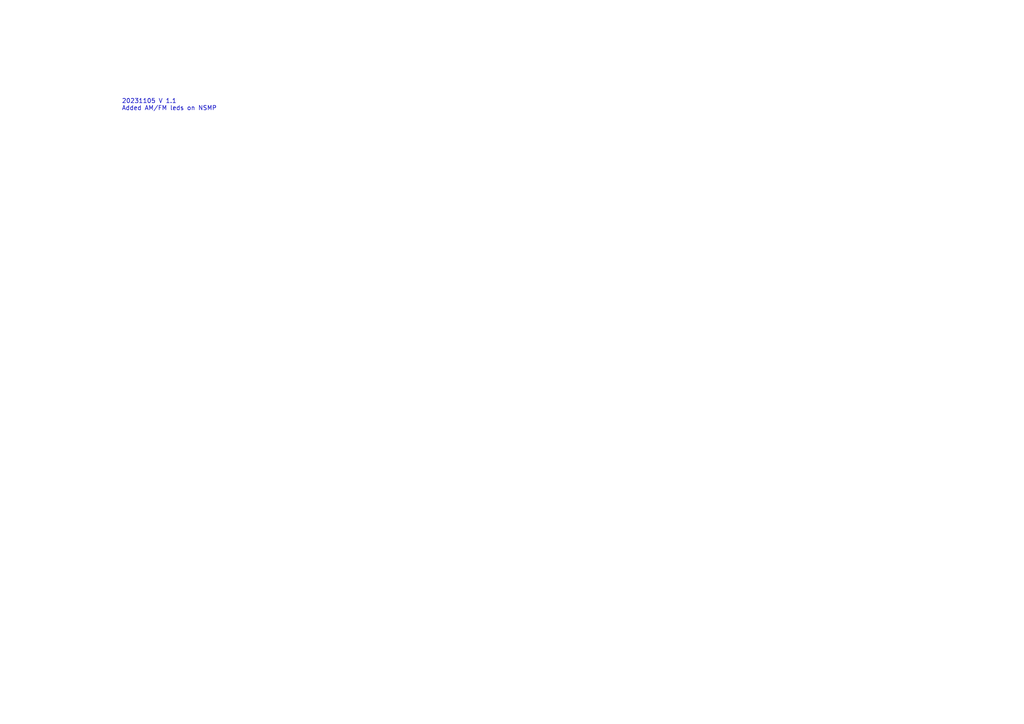
<source format=kicad_sch>
(kicad_sch
	(version 20231120)
	(generator "eeschema")
	(generator_version "8.0")
	(uuid "a2309e55-f7aa-4404-9a61-dddb41b1d9d7")
	(paper "A4")
	(title_block
		(date "2024-09-10")
	)
	(lib_symbols)
	(text "20231105 V 1.1\nAdded AM/FM leds on NSMP"
		(exclude_from_sim no)
		(at 35.306 32.258 0)
		(effects
			(font
				(size 1.27 1.27)
			)
			(justify left bottom)
		)
		(uuid "c9999cde-4afc-4ac3-b14a-ad329830b2da")
	)
)

</source>
